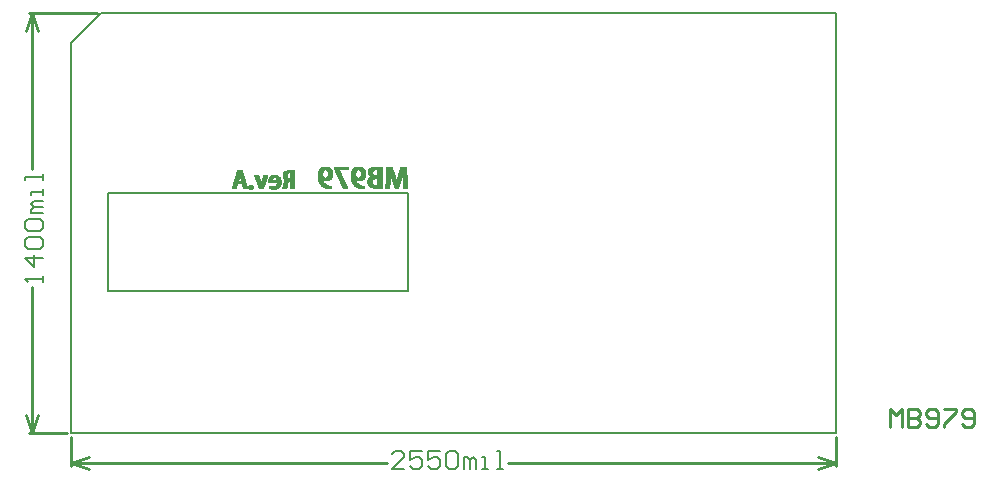
<source format=gbr>
%FSTAX23Y23*%
%MOIN*%
%SFA1B1*%

%IPPOS*%
%ADD11C,0.010000*%
%ADD12C,0.005000*%
%ADD13C,0.006000*%
%ADD18C,0.007000*%
%ADD19C,0.001000*%
%LNmb979-1*%
%LPD*%
G54D11*
X5058Y4997D02*
Y5003D01*
X506Y5001*
X5062Y5003*
Y4997*
X5064Y5003D02*
Y4997D01*
X5067*
X5068Y4998*
Y4999*
X5067Y5*
X5064*
X5067*
X5068Y5001*
Y5002*
X5067Y5003*
X5064*
X507Y4998D02*
X5071Y4997D01*
X5073*
X5074Y4998*
Y5002*
X5073Y5003*
X5071*
X507Y5002*
Y5001*
X5071Y5*
X5074*
X5076Y5003D02*
X508D01*
Y5002*
X5076Y4998*
Y4997*
X5082Y4998D02*
X5083Y4997D01*
X5085*
X5086Y4998*
Y5002*
X5085Y5003*
X5083*
X5082Y5002*
Y5001*
X5083Y5*
X5086*
X504Y4984D02*
Y49938D01*
X4785Y4984D02*
Y49938D01*
X49306Y4985D02*
X504D01*
X4785D02*
X48904D01*
X5034Y4987D02*
X504Y4985D01*
X5034Y4983D02*
X504Y4985D01*
X4785D02*
X4791Y4983D01*
X4785Y4985D02*
X4791Y4987D01*
X4771Y5135D02*
X47938D01*
X4771Y4995D02*
X47838D01*
X4772Y5083D02*
Y5135D01*
Y4995D02*
Y50438D01*
X477Y5129D02*
X4772Y5135D01*
X4774Y5129*
X4772Y4995D02*
X4774Y5001D01*
X477D02*
X4772Y4995D01*
G54D12*
X4795Y5135D02*
X504D01*
X4785Y4995D02*
Y5125D01*
X4795Y5135*
X504Y4995D02*
Y5135D01*
X4785Y4995D02*
X504D01*
G54D13*
X4896Y4983D02*
X4892D01*
X4896Y4987*
Y4988*
X4895Y4989*
X4893*
X4892Y4988*
X4902Y4989D02*
X4898D01*
Y4986*
X49Y4987*
X4901*
X4902Y4986*
Y4984*
X4901Y4983*
X4899*
X4898Y4984*
X4908Y4989D02*
X4904D01*
Y4986*
X4906Y4987*
X4907*
X4908Y4986*
Y4984*
X4907Y4983*
X4905*
X4904Y4984*
X491Y4988D02*
X4911Y4989D01*
X4913*
X4914Y4988*
Y4984*
X4913Y4983*
X4911*
X491Y4984*
Y4988*
X4916Y4983D02*
Y4987D01*
X4917*
X4918Y4986*
Y4983*
Y4986*
X4919Y4987*
X492Y4986*
Y4983*
X4922D02*
X4924D01*
X4923*
Y4987*
X4922*
X4927Y4983D02*
X4929D01*
X4928*
Y4989*
X4927*
X47756Y50454D02*
Y50474D01*
Y50464*
X47696*
X47706Y50454*
X47756Y50534D02*
X47696D01*
X47726Y50504*
Y50544*
X47706Y50564D02*
X47696Y50574D01*
Y50594*
X47706Y50604*
X47746*
X47756Y50594*
Y50574*
X47746Y50564*
X47706*
Y50624D02*
X47696Y50634D01*
Y50654*
X47706Y50664*
X47746*
X47756Y50654*
Y50634*
X47746Y50624*
X47706*
X47756Y50684D02*
X47716D01*
Y50694*
X47726Y50704*
X47756*
X47726*
X47716Y50714*
X47726Y50724*
X47756*
Y50744D02*
Y50764D01*
Y50754*
X47716*
Y50744*
X47756Y50794D02*
Y50814D01*
Y50804*
X47696*
Y50794*
G54D18*
X47975Y50425D02*
Y5075D01*
Y50425D02*
X48975D01*
X47975Y5075D02*
X48975D01*
Y50425D02*
Y5075D01*
G54D19*
X48923Y50786D02*
X48947D01*
X48792Y50779D02*
X4881D01*
X48516Y50765D02*
X48535D01*
X48444D02*
X48455D01*
X48582Y50766D02*
X48595D01*
X48553D02*
X48567D01*
X48512D02*
X48538D01*
X48477D02*
X4849D01*
X48443D02*
X48456D01*
X48425D02*
X48438D01*
X48386D02*
X484D01*
X48582Y50767D02*
X48595D01*
X48554D02*
X48568D01*
X4851D02*
X4854D01*
X48477D02*
X48491D01*
X48443D02*
X48457D01*
X48425D02*
X48438D01*
X48386D02*
X484D01*
X48582Y50768D02*
X48595D01*
X48554D02*
X48568D01*
X4851D02*
X48541D01*
X48476D02*
X48491D01*
X48442D02*
X48457D01*
X48424D02*
X48438D01*
X48387D02*
X484D01*
X48582Y50769D02*
X48595D01*
X48555D02*
X48568D01*
X4851D02*
X48542D01*
X48476D02*
X48491D01*
X48442D02*
X48457D01*
X48424D02*
X48437D01*
X48387D02*
X48401D01*
X48582Y5077D02*
X48595D01*
X48555D02*
X48568D01*
X4851D02*
X48543D01*
X48476D02*
X48492D01*
X48442D02*
X48457D01*
X48424D02*
X48437D01*
X48387D02*
X48401D01*
X48582Y50771D02*
X48595D01*
X48555D02*
X48569D01*
X48511D02*
X48544D01*
X48475D02*
X48492D01*
X48442D02*
X48457D01*
X48423D02*
X48437D01*
X48387D02*
X48401D01*
X48582Y50772D02*
X48595D01*
X48556D02*
X48569D01*
X48511D02*
X48545D01*
X48475D02*
X48492D01*
X48442D02*
X48457D01*
X48423D02*
X48436D01*
X48388D02*
X48401D01*
X48582Y50773D02*
X48595D01*
X48556D02*
X48569D01*
X48529D02*
X48546D01*
X48511D02*
X48518D01*
X48474D02*
X48493D01*
X48442D02*
X48457D01*
X48423D02*
X48436D01*
X48388D02*
X48402D01*
X48582Y50774D02*
X48595D01*
X48556D02*
X48569D01*
X48531D02*
X48546D01*
X48511D02*
X48515D01*
X48474D02*
X48493D01*
X48442D02*
X48457D01*
X48422D02*
X48436D01*
X48388D02*
X48402D01*
X48582Y50775D02*
X48595D01*
X48556D02*
X4857D01*
X48532D02*
X48547D01*
X48474D02*
X48493D01*
X48443D02*
X48456D01*
X48422D02*
X48436D01*
X48389D02*
X48402D01*
X48582Y50776D02*
X48595D01*
X48557D02*
X4857D01*
X48533D02*
X48547D01*
X48473D02*
X48494D01*
X48444D02*
X48455D01*
X48422D02*
X48435D01*
X48389D02*
X48403D01*
X48582Y50777D02*
X48595D01*
X48557D02*
X4857D01*
X48534D02*
X48548D01*
X48473D02*
X48494D01*
X48445D02*
X48454D01*
X48422D02*
X48435D01*
X48389D02*
X48403D01*
X48582Y50778D02*
X48595D01*
X48557D02*
X4857D01*
X48535D02*
X48548D01*
X48473D02*
X48494D01*
X48421D02*
X48435D01*
X4839D02*
X48403D01*
X48582Y50779D02*
X48595D01*
X48557D02*
X4857D01*
X48535D02*
X48548D01*
X48472D02*
X48495D01*
X48421D02*
X48434D01*
X4839D02*
X48404D01*
X48582Y5078D02*
X48595D01*
X48557D02*
X48571D01*
X48536D02*
X48549D01*
X48472D02*
X48495D01*
X48421D02*
X48434D01*
X4839D02*
X48404D01*
X48582Y50781D02*
X48595D01*
X48558D02*
X48571D01*
X48536D02*
X48549D01*
X48472D02*
X48496D01*
X4842D02*
X48434D01*
X4839D02*
X48404D01*
X48582Y50782D02*
X48595D01*
X48558D02*
X48571D01*
X48536D02*
X48549D01*
X48471D02*
X48496D01*
X4842D02*
X48433D01*
X48391D02*
X48405D01*
X48582Y50783D02*
X48595D01*
X48558D02*
X48571D01*
X48536D02*
X48549D01*
X48471D02*
X48496D01*
X4842D02*
X48433D01*
X48391D02*
X48405D01*
X48582Y50784D02*
X48595D01*
X48558D02*
X48572D01*
X48536D02*
X48549D01*
X48484D02*
X48497D01*
X48471D02*
X48483D01*
X48391D02*
X48433D01*
X48582Y50785D02*
X48595D01*
X48559D02*
X48572D01*
X48537D02*
X48549D01*
X48484D02*
X48497D01*
X4847D02*
X48482D01*
X48392D02*
X48432D01*
X48582Y50786D02*
X48595D01*
X48559D02*
X48572D01*
X48508D02*
X48549D01*
X48484D02*
X48497D01*
X4847D02*
X48482D01*
X48392D02*
X48432D01*
X48582Y50787D02*
X48595D01*
X48559D02*
X48573D01*
X48508D02*
X48549D01*
X48485D02*
X48498D01*
X48469D02*
X48482D01*
X48392D02*
X48432D01*
X48582Y50788D02*
X48595D01*
X4856D02*
X48574D01*
X48508D02*
X48549D01*
X48485D02*
X48498D01*
X48469D02*
X48482D01*
X48393D02*
X48432D01*
X48582Y50789D02*
X48595D01*
X4856D02*
X48574D01*
X48508D02*
X48549D01*
X48485D02*
X48498D01*
X48469D02*
X48481D01*
X48393D02*
X48431D01*
X48582Y5079D02*
X48595D01*
X48561D02*
X48576D01*
X48508D02*
X48549D01*
X48486D02*
X48499D01*
X48468D02*
X48481D01*
X48393D02*
X48431D01*
X48582Y50791D02*
X48595D01*
X48561D02*
X48579D01*
X48508D02*
X48549D01*
X48486D02*
X48499D01*
X48468D02*
X48481D01*
X48418D02*
X48431D01*
X48394D02*
X48407D01*
X48562Y50792D02*
X48595D01*
X48508D02*
X48549D01*
X48486D02*
X48499D01*
X48468D02*
X4848D01*
X48418D02*
X4843D01*
X48394D02*
X48407D01*
X48563Y50793D02*
X48595D01*
X48536D02*
X48549D01*
X48508D02*
X4852D01*
X48486D02*
X485D01*
X48467D02*
X4848D01*
X48417D02*
X4843D01*
X48394D02*
X48407D01*
X48564Y50794D02*
X48595D01*
X48536D02*
X48549D01*
X48508D02*
X4852D01*
X48487D02*
X485D01*
X48467D02*
X4848D01*
X48417D02*
X4843D01*
X48394D02*
X48408D01*
X48565Y50795D02*
X48595D01*
X48536D02*
X48549D01*
X48508D02*
X4852D01*
X48487D02*
X485D01*
X48467D02*
X48479D01*
X48417D02*
X48429D01*
X48395D02*
X48408D01*
X48563Y50796D02*
X48595D01*
X48536D02*
X48548D01*
X48508D02*
X48521D01*
X48487D02*
X48501D01*
X48466D02*
X48479D01*
X48417D02*
X48429D01*
X48395D02*
X48408D01*
X48562Y50797D02*
X48595D01*
X48535D02*
X48548D01*
X48508D02*
X48521D01*
X48488D02*
X48501D01*
X48466D02*
X48479D01*
X48416D02*
X48429D01*
X48395D02*
X48408D01*
X48561Y50798D02*
X48595D01*
X48535D02*
X48548D01*
X48509D02*
X48521D01*
X48488D02*
X48501D01*
X48465D02*
X48478D01*
X48416D02*
X48428D01*
X48396D02*
X48409D01*
X48582Y50799D02*
X48595D01*
X4856D02*
X48578D01*
X48534D02*
X48547D01*
X48509D02*
X48522D01*
X48488D02*
X48502D01*
X48465D02*
X48478D01*
X48416D02*
X48428D01*
X48396D02*
X48409D01*
X48582Y508D02*
X48595D01*
X48559D02*
X48575D01*
X48533D02*
X48547D01*
X48509D02*
X48522D01*
X48489D02*
X48502D01*
X48465D02*
X48478D01*
X48415D02*
X48428D01*
X48396D02*
X48409D01*
X48582Y50801D02*
X48595D01*
X48558D02*
X48573D01*
X48533D02*
X48546D01*
X4851D02*
X48523D01*
X48489D02*
X48503D01*
X48464D02*
X48478D01*
X48415D02*
X48428D01*
X48397D02*
X4841D01*
X48582Y50802D02*
X48595D01*
X48558D02*
X48572D01*
X48531D02*
X48546D01*
X4851D02*
X48524D01*
X48489D02*
X48503D01*
X48464D02*
X48477D01*
X48415D02*
X48427D01*
X48397D02*
X4841D01*
X48582Y50803D02*
X48595D01*
X48557D02*
X48571D01*
X48529D02*
X48545D01*
X48511D02*
X48527D01*
X4849D02*
X48503D01*
X48464D02*
X48477D01*
X48414D02*
X48427D01*
X48397D02*
X4841D01*
X48582Y50804D02*
X48595D01*
X48557D02*
X4857D01*
X48511D02*
X48544D01*
X4849D02*
X48504D01*
X48463D02*
X48477D01*
X48414D02*
X48427D01*
X48398D02*
X48411D01*
X48582Y50805D02*
X48595D01*
X48556D02*
X48569D01*
X48512D02*
X48543D01*
X4849D02*
X48504D01*
X48463D02*
X48476D01*
X48414D02*
X48426D01*
X48398D02*
X48411D01*
X48582Y50806D02*
X48595D01*
X48556D02*
X48569D01*
X48513D02*
X48542D01*
X4849D02*
X48504D01*
X48463D02*
X48476D01*
X48414D02*
X48426D01*
X48398D02*
X48411D01*
X48582Y50807D02*
X48595D01*
X48556D02*
X48569D01*
X48514D02*
X48541D01*
X48491D02*
X48505D01*
X48462D02*
X48476D01*
X48413D02*
X48426D01*
X48398D02*
X48411D01*
X48582Y50808D02*
X48595D01*
X48556D02*
X48569D01*
X48515D02*
X4854D01*
X48491D02*
X48505D01*
X48462D02*
X48475D01*
X48413D02*
X48425D01*
X48399D02*
X48412D01*
X48582Y50809D02*
X48595D01*
X48556D02*
X48569D01*
X48517D02*
X48538D01*
X48491D02*
X48505D01*
X48461D02*
X48475D01*
X48413D02*
X48425D01*
X48399D02*
X48412D01*
X48582Y5081D02*
X48595D01*
X48556D02*
X48569D01*
X48519D02*
X48535D01*
X48413D02*
X48425D01*
X48399D02*
X48412D01*
X48582Y50811D02*
X48595D01*
X48556D02*
X48569D01*
X484D02*
X48425D01*
X48582Y50812D02*
X48595D01*
X48556D02*
X48569D01*
X484D02*
X48424D01*
X48582Y50813D02*
X48595D01*
X48556D02*
X48569D01*
X484D02*
X48424D01*
X48582Y50814D02*
X48595D01*
X48556D02*
X4857D01*
X48401D02*
X48424D01*
X48582Y50815D02*
X48595D01*
X48556D02*
X4857D01*
X48401D02*
X48423D01*
X48582Y50816D02*
X48595D01*
X48557D02*
X48571D01*
X48401D02*
X48423D01*
X48582Y50817D02*
X48595D01*
X48557D02*
X48573D01*
X48402D02*
X48423D01*
X48582Y50818D02*
X48595D01*
X48557D02*
X48575D01*
X48402D02*
X48422D01*
X48558Y50819D02*
X48595D01*
X48402D02*
X48422D01*
X48559Y5082D02*
X48595D01*
X48402D02*
X48422D01*
X4856Y50821D02*
X48595D01*
X48403D02*
X48421D01*
X48561Y50822D02*
X48595D01*
X48403D02*
X48421D01*
X48562Y50823D02*
X48595D01*
X48403D02*
X48421D01*
X48563Y50824D02*
X48595D01*
X48404D02*
X48421D01*
X48565Y50825D02*
X48595D01*
X48404D02*
X4842D01*
X48569Y50826D02*
X48593D01*
X48404D02*
X4842D01*
X48812Y50767D02*
X48826D01*
X48702D02*
X48716D01*
X48958Y50768D02*
X48971D01*
X48929D02*
X48941D01*
X48898D02*
X48912D01*
X48857D02*
X48886D01*
X48808D02*
X48826D01*
X48756D02*
X48771D01*
X48698D02*
X48716D01*
X48957Y50769D02*
X48971D01*
X48929D02*
X48942D01*
X48898D02*
X48912D01*
X48853D02*
X48886D01*
X48805D02*
X48826D01*
X48755D02*
X4877D01*
X48695D02*
X48716D01*
X48957Y5077D02*
X48971D01*
X48929D02*
X48942D01*
X48898D02*
X48912D01*
X4885D02*
X48886D01*
X48803D02*
X48826D01*
X48755D02*
X4877D01*
X48693D02*
X48716D01*
X48957Y50771D02*
X48971D01*
X48928D02*
X48942D01*
X48898D02*
X48912D01*
X48848D02*
X48886D01*
X48801D02*
X48826D01*
X48754D02*
X48769D01*
X48691D02*
X48716D01*
X48957Y50772D02*
X48971D01*
X48928D02*
X48943D01*
X48898D02*
X48912D01*
X48846D02*
X48886D01*
X48799D02*
X48826D01*
X48754D02*
X48769D01*
X48689D02*
X48716D01*
X48957Y50773D02*
X48971D01*
X48928D02*
X48943D01*
X48898D02*
X48912D01*
X48845D02*
X48886D01*
X48798D02*
X48826D01*
X48754D02*
X48769D01*
X48688D02*
X48716D01*
X48957Y50774D02*
X48971D01*
X48927D02*
X48943D01*
X48898D02*
X48912D01*
X48844D02*
X48886D01*
X48797D02*
X48826D01*
X48753D02*
X48768D01*
X48687D02*
X48716D01*
X48957Y50775D02*
X48971D01*
X48927D02*
X48943D01*
X48898D02*
X48912D01*
X48843D02*
X48886D01*
X48795D02*
X48826D01*
X48753D02*
X48768D01*
X48685D02*
X48716D01*
X48957Y50776D02*
X48971D01*
X48927D02*
X48944D01*
X48898D02*
X48912D01*
X48842D02*
X48886D01*
X48794D02*
X48818D01*
X48752D02*
X48767D01*
X48684D02*
X48708D01*
X48957Y50777D02*
X48971D01*
X48926D02*
X48944D01*
X48898D02*
X48912D01*
X48872D02*
X48886D01*
X48841D02*
X48862D01*
X48793D02*
X48814D01*
X48752D02*
X48767D01*
X48683D02*
X48704D01*
X48957Y50778D02*
X48971D01*
X48926D02*
X48944D01*
X48898D02*
X48912D01*
X48872D02*
X48886D01*
X4884D02*
X48859D01*
X48793D02*
X48812D01*
X48751D02*
X48766D01*
X48683D02*
X48702D01*
X48957Y50779D02*
X48971D01*
X48926D02*
X48945D01*
X48898D02*
X48912D01*
X48872D02*
X48886D01*
X4884D02*
X48857D01*
X48751D02*
X48766D01*
X48682D02*
X487D01*
X48957Y5078D02*
X48971D01*
X48925D02*
X48945D01*
X48898D02*
X48913D01*
X48872D02*
X48886D01*
X48839D02*
X48856D01*
X48791D02*
X48808D01*
X4875D02*
X48765D01*
X48681D02*
X48698D01*
X48957Y50781D02*
X4897D01*
X48925D02*
X48945D01*
X48898D02*
X48913D01*
X48872D02*
X48886D01*
X48839D02*
X48855D01*
X4879D02*
X48807D01*
X4875D02*
X48765D01*
X4868D02*
X48697D01*
X48957Y50782D02*
X4897D01*
X48925D02*
X48946D01*
X48899D02*
X48913D01*
X48872D02*
X48886D01*
X48838D02*
X48854D01*
X4879D02*
X48806D01*
X4875D02*
X48764D01*
X4868D02*
X48696D01*
X48957Y50783D02*
X4897D01*
X48924D02*
X48946D01*
X48899D02*
X48913D01*
X48872D02*
X48886D01*
X48838D02*
X48854D01*
X48789D02*
X48805D01*
X48749D02*
X48764D01*
X48679D02*
X48695D01*
X48957Y50784D02*
X4897D01*
X48924D02*
X48946D01*
X48899D02*
X48913D01*
X48872D02*
X48886D01*
X48838D02*
X48853D01*
X48788D02*
X48804D01*
X48749D02*
X48764D01*
X48678D02*
X48694D01*
X48957Y50785D02*
X4897D01*
X48924D02*
X48947D01*
X48899D02*
X48913D01*
X48872D02*
X48886D01*
X48838D02*
X48853D01*
X48788D02*
X48803D01*
X48748D02*
X48763D01*
X48678D02*
X48693D01*
X48957Y50786D02*
X4897D01*
X48899D02*
X48913D01*
X48872D02*
X48886D01*
X48838D02*
X48853D01*
X48787D02*
X48802D01*
X48748D02*
X48763D01*
X48677D02*
X48692D01*
X48957Y50787D02*
X4897D01*
X48923D02*
X48947D01*
X48899D02*
X48913D01*
X48872D02*
X48886D01*
X48838D02*
X48853D01*
X48787D02*
X48802D01*
X48747D02*
X48762D01*
X48677D02*
X48692D01*
X48956Y50788D02*
X4897D01*
X48923D02*
X48948D01*
X48899D02*
X48913D01*
X48872D02*
X48886D01*
X48838D02*
X48853D01*
X48787D02*
X48801D01*
X48747D02*
X48762D01*
X48677D02*
X48691D01*
X48956Y50789D02*
X4897D01*
X48922D02*
X48948D01*
X48899D02*
X48913D01*
X48872D02*
X48886D01*
X48838D02*
X48853D01*
X48786D02*
X48801D01*
X48747D02*
X48761D01*
X48676D02*
X48691D01*
X48956Y5079D02*
X4897D01*
X48922D02*
X48948D01*
X48899D02*
X48913D01*
X48872D02*
X48886D01*
X48838D02*
X48853D01*
X48786D02*
X488D01*
X48746D02*
X48761D01*
X48676D02*
X4869D01*
X48956Y50791D02*
X4897D01*
X48935D02*
X48948D01*
X48922D02*
X48934D01*
X48899D02*
X48913D01*
X48872D02*
X48886D01*
X48838D02*
X48853D01*
X48785D02*
X488D01*
X48746D02*
X4876D01*
X48675D02*
X4869D01*
X48956Y50792D02*
X4897D01*
X48935D02*
X48949D01*
X48921D02*
X48934D01*
X48899D02*
X48913D01*
X48872D02*
X48886D01*
X48838D02*
X48853D01*
X48785D02*
X48799D01*
X48745D02*
X4876D01*
X48675D02*
X48689D01*
X48956Y50793D02*
X4897D01*
X48935D02*
X48949D01*
X48921D02*
X48934D01*
X48899D02*
X48913D01*
X48872D02*
X48886D01*
X48838D02*
X48854D01*
X48804D02*
X48817D01*
X48785D02*
X48799D01*
X48745D02*
X48759D01*
X48694D02*
X48707D01*
X48675D02*
X48689D01*
X48956Y50794D02*
X4897D01*
X48935D02*
X48949D01*
X48921D02*
X48934D01*
X48899D02*
X48913D01*
X48872D02*
X48886D01*
X48839D02*
X48854D01*
X48801D02*
X4882D01*
X48784D02*
X48799D01*
X48744D02*
X48759D01*
X48691D02*
X4871D01*
X48674D02*
X48689D01*
X48956Y50795D02*
X4897D01*
X48936D02*
X4895D01*
X4892D02*
X48933D01*
X48899D02*
X48913D01*
X48872D02*
X48886D01*
X48839D02*
X48855D01*
X48799D02*
X48822D01*
X48784D02*
X48798D01*
X48744D02*
X48759D01*
X48689D02*
X48712D01*
X48674D02*
X48688D01*
X48956Y50796D02*
X48969D01*
X48936D02*
X4895D01*
X4892D02*
X48933D01*
X48899D02*
X48913D01*
X48872D02*
X48886D01*
X48839D02*
X48856D01*
X48784D02*
X48823D01*
X48743D02*
X48758D01*
X48674D02*
X48713D01*
X48956Y50797D02*
X48969D01*
X48936D02*
X4895D01*
X4892D02*
X48933D01*
X48899D02*
X48913D01*
X48872D02*
X48886D01*
X4884D02*
X48857D01*
X48784D02*
X48825D01*
X48743D02*
X48758D01*
X48674D02*
X48715D01*
X48956Y50798D02*
X48969D01*
X48937D02*
X48951D01*
X48919D02*
X48932D01*
X489D02*
X48913D01*
X48872D02*
X48886D01*
X48841D02*
X48859D01*
X48784D02*
X48826D01*
X48743D02*
X48757D01*
X48674D02*
X48716D01*
X48956Y50799D02*
X48969D01*
X48937D02*
X48951D01*
X48919D02*
X48932D01*
X489D02*
X48914D01*
X48872D02*
X48886D01*
X48841D02*
X48861D01*
X48783D02*
X48826D01*
X48742D02*
X48757D01*
X48673D02*
X48716D01*
X48956Y508D02*
X48969D01*
X48937D02*
X48951D01*
X48919D02*
X48932D01*
X489D02*
X48914D01*
X48872D02*
X48886D01*
X48842D02*
X48866D01*
X48783D02*
X48827D01*
X48742D02*
X48756D01*
X48673D02*
X48717D01*
X48956Y50801D02*
X48969D01*
X48937D02*
X48952D01*
X48918D02*
X48932D01*
X489D02*
X48914D01*
X48843D02*
X48886D01*
X48783D02*
X48828D01*
X48741D02*
X48756D01*
X48673D02*
X48718D01*
X48956Y50802D02*
X48969D01*
X48938D02*
X48952D01*
X48918D02*
X48931D01*
X489D02*
X48914D01*
X48844D02*
X48886D01*
X4881D02*
X48828D01*
X48783D02*
X48804D01*
X48741D02*
X48755D01*
X487D02*
X48718D01*
X48673D02*
X48694D01*
X48956Y50803D02*
X48969D01*
X48938D02*
X48952D01*
X48918D02*
X48931D01*
X489D02*
X48914D01*
X48846D02*
X48886D01*
X48812D02*
X48829D01*
X48783D02*
X48802D01*
X4874D02*
X48755D01*
X48702D02*
X48719D01*
X48673D02*
X48692D01*
X48956Y50804D02*
X48969D01*
X48938D02*
X48952D01*
X48917D02*
X48931D01*
X489D02*
X48914D01*
X48848D02*
X48886D01*
X48813D02*
X48829D01*
X48783D02*
X48801D01*
X4874D02*
X48754D01*
X48703D02*
X48719D01*
X48673D02*
X48691D01*
X48956Y50805D02*
X48969D01*
X48939D02*
X48953D01*
X48917D02*
X4893D01*
X489D02*
X48914D01*
X4885D02*
X48886D01*
X48814D02*
X4883D01*
X48783D02*
X488D01*
X48739D02*
X48754D01*
X48704D02*
X4872D01*
X48673D02*
X4869D01*
X48955Y50806D02*
X48969D01*
X48939D02*
X48953D01*
X48917D02*
X4893D01*
X489D02*
X48914D01*
X4885D02*
X48886D01*
X48815D02*
X4883D01*
X48783D02*
X48799D01*
X48739D02*
X48754D01*
X48705D02*
X4872D01*
X48673D02*
X48689D01*
X48955Y50807D02*
X48969D01*
X48939D02*
X48953D01*
X48917D02*
X4893D01*
X489D02*
X48914D01*
X48848D02*
X48886D01*
X48815D02*
X48831D01*
X48783D02*
X48798D01*
X48739D02*
X48753D01*
X48705D02*
X48721D01*
X48673D02*
X48688D01*
X48955Y50808D02*
X48969D01*
X48939D02*
X48954D01*
X48916D02*
X48929D01*
X489D02*
X48914D01*
X48846D02*
X48886D01*
X48816D02*
X48831D01*
X48783D02*
X48798D01*
X48738D02*
X48753D01*
X48706D02*
X48721D01*
X48673D02*
X48688D01*
X48955Y50809D02*
X48969D01*
X4894D02*
X48954D01*
X48916D02*
X48929D01*
X489D02*
X48914D01*
X48872D02*
X48886D01*
X48845D02*
X48866D01*
X48816D02*
X48831D01*
X48783D02*
X48798D01*
X48738D02*
X48752D01*
X48706D02*
X48721D01*
X48673D02*
X48688D01*
X48955Y5081D02*
X48969D01*
X4894D02*
X48954D01*
X48916D02*
X48929D01*
X489D02*
X48914D01*
X48872D02*
X48886D01*
X48844D02*
X48862D01*
X48816D02*
X48831D01*
X48783D02*
X48797D01*
X48737D02*
X48752D01*
X48706D02*
X48721D01*
X48673D02*
X48687D01*
X48955Y50811D02*
X48968D01*
X4894D02*
X48954D01*
X48915D02*
X48928D01*
X489D02*
X48914D01*
X48872D02*
X48886D01*
X48843D02*
X4886D01*
X48816D02*
X48831D01*
X48783D02*
X48797D01*
X48737D02*
X48751D01*
X48706D02*
X48721D01*
X48673D02*
X48687D01*
X48941Y50812D02*
X48968D01*
X48915D02*
X48928D01*
X489D02*
X48914D01*
X48872D02*
X48886D01*
X48842D02*
X48858D01*
X48817D02*
X48831D01*
X48783D02*
X48797D01*
X48736D02*
X48751D01*
X48707D02*
X48721D01*
X48673D02*
X48687D01*
X48941Y50813D02*
X48968D01*
X48915D02*
X48928D01*
X489D02*
X48914D01*
X48872D02*
X48886D01*
X48842D02*
X48857D01*
X48817D02*
X48831D01*
X48783D02*
X48797D01*
X48736D02*
X4875D01*
X48707D02*
X48721D01*
X48673D02*
X48687D01*
X48941Y50814D02*
X48968D01*
X489D02*
X48927D01*
X48872D02*
X48886D01*
X48841D02*
X48856D01*
X48817D02*
X48831D01*
X48783D02*
X48797D01*
X48736D02*
X4875D01*
X48707D02*
X48721D01*
X48673D02*
X48687D01*
X48942Y50815D02*
X48968D01*
X48901D02*
X48927D01*
X48872D02*
X48886D01*
X48841D02*
X48855D01*
X48817D02*
X48831D01*
X48783D02*
X48798D01*
X48735D02*
X48749D01*
X48707D02*
X48721D01*
X48673D02*
X48688D01*
X48942Y50816D02*
X48968D01*
X48901D02*
X48927D01*
X48872D02*
X48886D01*
X4884D02*
X48855D01*
X48817D02*
X48831D01*
X48783D02*
X48798D01*
X48735D02*
X48749D01*
X48707D02*
X48721D01*
X48673D02*
X48688D01*
X48942Y50817D02*
X48968D01*
X48901D02*
X48926D01*
X48872D02*
X48886D01*
X4884D02*
X48855D01*
X48817D02*
X48831D01*
X48783D02*
X48798D01*
X48734D02*
X48749D01*
X48707D02*
X48721D01*
X48673D02*
X48688D01*
X48943Y50818D02*
X48968D01*
X48901D02*
X48926D01*
X48872D02*
X48886D01*
X4884D02*
X48854D01*
X48817D02*
X48831D01*
X48783D02*
X48798D01*
X48734D02*
X48748D01*
X48707D02*
X48721D01*
X48673D02*
X48688D01*
X48943Y50819D02*
X48968D01*
X48901D02*
X48926D01*
X48872D02*
X48886D01*
X4884D02*
X48854D01*
X48816D02*
X48831D01*
X48784D02*
X48798D01*
X48733D02*
X48748D01*
X48706D02*
X48721D01*
X48674D02*
X48688D01*
X48943Y5082D02*
X48968D01*
X48901D02*
X48925D01*
X48872D02*
X48886D01*
X4884D02*
X48854D01*
X48816D02*
X48831D01*
X48784D02*
X48798D01*
X48733D02*
X48747D01*
X48706D02*
X48721D01*
X48674D02*
X48688D01*
X48944Y50821D02*
X48968D01*
X48901D02*
X48925D01*
X48872D02*
X48886D01*
X4884D02*
X48854D01*
X48816D02*
X48831D01*
X48784D02*
X48799D01*
X48732D02*
X48747D01*
X48706D02*
X48721D01*
X48674D02*
X48689D01*
X48944Y50822D02*
X48968D01*
X48901D02*
X48925D01*
X48872D02*
X48886D01*
X4884D02*
X48854D01*
X48816D02*
X4883D01*
X48784D02*
X48799D01*
X48732D02*
X48746D01*
X48706D02*
X4872D01*
X48674D02*
X48689D01*
X48944Y50823D02*
X48968D01*
X48901D02*
X48924D01*
X48872D02*
X48886D01*
X4884D02*
X48855D01*
X48815D02*
X4883D01*
X48785D02*
X48799D01*
X48732D02*
X48746D01*
X48705D02*
X4872D01*
X48675D02*
X48689D01*
X48945Y50824D02*
X48968D01*
X48901D02*
X48924D01*
X48872D02*
X48886D01*
X4884D02*
X48855D01*
X48815D02*
X4883D01*
X48785D02*
X488D01*
X48731D02*
X48745D01*
X48705D02*
X4872D01*
X48675D02*
X4869D01*
X48945Y50825D02*
X48967D01*
X48901D02*
X48924D01*
X48872D02*
X48886D01*
X4884D02*
X48856D01*
X48814D02*
X48829D01*
X48785D02*
X48801D01*
X48731D02*
X48745D01*
X48704D02*
X48719D01*
X48675D02*
X48691D01*
X48945Y50826D02*
X48967D01*
X48901D02*
X48923D01*
X48872D02*
X48886D01*
X4884D02*
X48856D01*
X48814D02*
X48829D01*
X48786D02*
X48801D01*
X4873D02*
X48744D01*
X48704D02*
X48719D01*
X48676D02*
X48691D01*
X48946Y50827D02*
X48967D01*
X48901D02*
X48923D01*
X48872D02*
X48886D01*
X48841D02*
X48857D01*
X48813D02*
X48828D01*
X48786D02*
X48802D01*
X4873D02*
X48744D01*
X48703D02*
X48718D01*
X48676D02*
X48692D01*
X48946Y50828D02*
X48967D01*
X48901D02*
X48923D01*
X48872D02*
X48886D01*
X48841D02*
X48859D01*
X48812D02*
X48828D01*
X48787D02*
X48803D01*
X48729D02*
X48743D01*
X48702D02*
X48718D01*
X48677D02*
X48693D01*
X48946Y50829D02*
X48967D01*
X48901D02*
X48922D01*
X48872D02*
X48886D01*
X48842D02*
X48861D01*
X4881D02*
X48827D01*
X48787D02*
X48804D01*
X48729D02*
X48774D01*
X487D02*
X48717D01*
X48677D02*
X48694D01*
X48947Y5083D02*
X48967D01*
X48901D02*
X48922D01*
X48842D02*
X48886D01*
X48788D02*
X48826D01*
X48729D02*
X48774D01*
X48678D02*
X48716D01*
X48947Y50831D02*
X48967D01*
X48901D02*
X48922D01*
X48843D02*
X48886D01*
X48789D02*
X48826D01*
X48728D02*
X48774D01*
X48679D02*
X48716D01*
X48947Y50832D02*
X48967D01*
X48902D02*
X48921D01*
X48844D02*
X48886D01*
X4879D02*
X48825D01*
X48728D02*
X48774D01*
X4868D02*
X48715D01*
X48948Y50833D02*
X48967D01*
X48902D02*
X48921D01*
X48845D02*
X48886D01*
X4879D02*
X48824D01*
X48728D02*
X48774D01*
X4868D02*
X48714D01*
X48948Y50834D02*
X48967D01*
X48902D02*
X48921D01*
X48846D02*
X48886D01*
X48791D02*
X48823D01*
X48728D02*
X48774D01*
X48681D02*
X48713D01*
X48948Y50835D02*
X48967D01*
X48902D02*
X4892D01*
X48847D02*
X48886D01*
X48793D02*
X48821D01*
X48728D02*
X48774D01*
X48683D02*
X48711D01*
X48948Y50836D02*
X48967D01*
X48902D02*
X4892D01*
X48849D02*
X48886D01*
X48794D02*
X4882D01*
X48728D02*
X48774D01*
X48684D02*
X4871D01*
X48949Y50837D02*
X48967D01*
X48902D02*
X4892D01*
X48852D02*
X48886D01*
X48796D02*
X48818D01*
X48728D02*
X48774D01*
X48686D02*
X48708D01*
X48949Y50838D02*
X48967D01*
X48902D02*
X48919D01*
X48856D02*
X48883D01*
X48799D02*
X48815D01*
X48689D02*
X48705D01*
M02*
</source>
